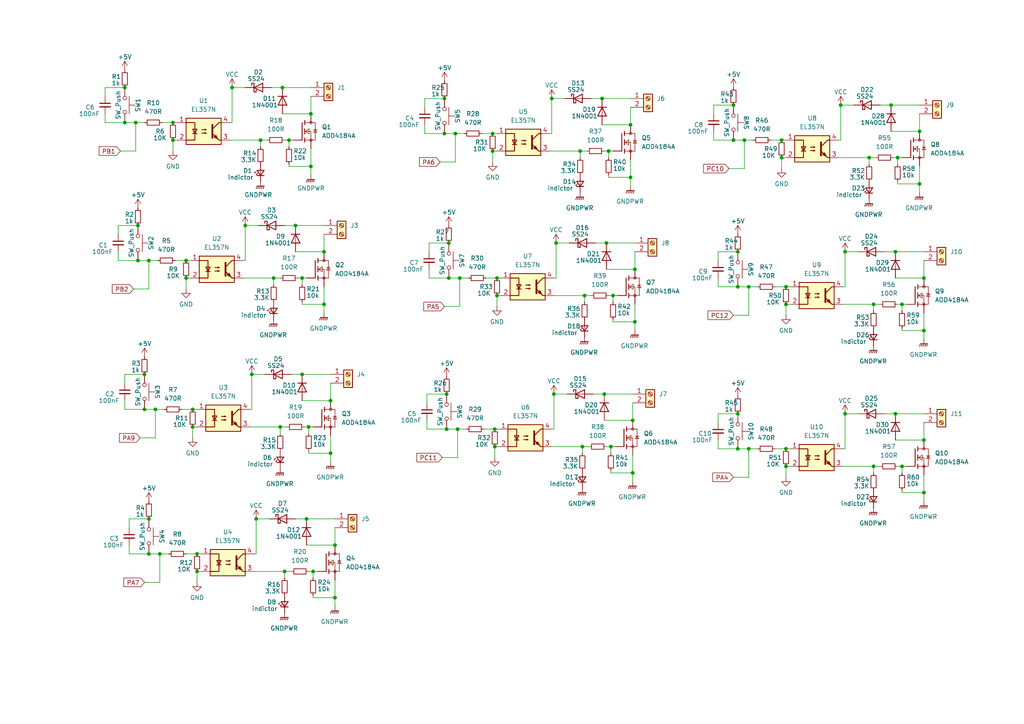
<source format=kicad_sch>
(kicad_sch (version 20211123) (generator eeschema)
  (paper "A4")
  (junction (at 46.355 160.655))
  (junction (at 212.725 40.64))
  (junction (at 40.005 75.565))
  (junction (at 53.975 80.645))
  (junction (at 39.37 35.56))
  (junction (at 227.965 83.185))
  (junction (at 85.725 65.405))
  (junction (at 128.905 28.575))
  (junction (at 129.54 124.46))
  (junction (at 143.51 129.54))
  (junction (at 160.655 114.3))
  (junction (at 176.53 43.815))
  (junction (at 129.54 114.3))
  (junction (at 36.195 35.56))
  (junction (at 169.545 85.725))
  (junction (at 95.885 131.445))
  (junction (at 45.085 118.745))
  (junction (at 174.625 28.575))
  (junction (at 81.915 25.4))
  (junction (at 217.17 83.185))
  (junction (at 267.97 142.875))
  (junction (at 245.11 120.015))
  (junction (at 266.7 53.34))
  (junction (at 143.51 124.46))
  (junction (at 184.15 93.345))
  (junction (at 258.445 30.48))
  (junction (at 168.275 43.815))
  (junction (at 144.145 80.645))
  (junction (at 260.35 45.72))
  (junction (at 213.995 83.185))
  (junction (at 43.18 75.565))
  (junction (at 261.62 88.265))
  (junction (at 128.905 38.735))
  (junction (at 87.63 80.645))
  (junction (at 43.18 160.655))
  (junction (at 213.995 73.025))
  (junction (at 259.715 120.015))
  (junction (at 183.515 137.16))
  (junction (at 245.11 73.025))
  (junction (at 183.515 121.92))
  (junction (at 90.17 48.26))
  (junction (at 87.63 108.585))
  (junction (at 182.88 36.195))
  (junction (at 177.8 85.725))
  (junction (at 267.97 95.885))
  (junction (at 161.29 70.485))
  (junction (at 253.365 135.255))
  (junction (at 175.26 114.3))
  (junction (at 266.7 38.1))
  (junction (at 184.15 78.105))
  (junction (at 130.175 70.485))
  (junction (at 93.98 88.265))
  (junction (at 227.965 130.175))
  (junction (at 97.155 158.115))
  (junction (at 50.165 40.64))
  (junction (at 71.12 65.405))
  (junction (at 57.15 160.655))
  (junction (at 74.295 150.495))
  (junction (at 261.62 135.255))
  (junction (at 73.025 108.585))
  (junction (at 259.715 73.025))
  (junction (at 252.095 45.72))
  (junction (at 97.155 173.355))
  (junction (at 75.565 40.64))
  (junction (at 43.18 150.495))
  (junction (at 243.84 30.48))
  (junction (at 53.975 75.565))
  (junction (at 41.91 108.585))
  (junction (at 177.165 129.54))
  (junction (at 130.175 80.645))
  (junction (at 226.695 40.64))
  (junction (at 89.535 123.825))
  (junction (at 215.9 40.64))
  (junction (at 160.02 28.575))
  (junction (at 41.91 118.745))
  (junction (at 67.31 25.4))
  (junction (at 36.195 25.4))
  (junction (at 267.97 80.645))
  (junction (at 213.995 120.015))
  (junction (at 82.55 165.735))
  (junction (at 133.35 80.645))
  (junction (at 132.08 38.735))
  (junction (at 40.005 65.405))
  (junction (at 213.995 130.175))
  (junction (at 95.885 116.205))
  (junction (at 175.895 70.485))
  (junction (at 81.28 123.825))
  (junction (at 212.725 30.48))
  (junction (at 217.17 130.175))
  (junction (at 226.695 45.72))
  (junction (at 168.91 129.54))
  (junction (at 142.875 38.735))
  (junction (at 227.965 135.255))
  (junction (at 79.375 80.645))
  (junction (at 55.88 118.745))
  (junction (at 55.88 123.825))
  (junction (at 57.15 165.735))
  (junction (at 83.82 40.64))
  (junction (at 90.805 165.735))
  (junction (at 144.145 85.725))
  (junction (at 93.98 73.025))
  (junction (at 90.17 33.02))
  (junction (at 253.365 88.265))
  (junction (at 227.965 88.265))
  (junction (at 132.715 124.46))
  (junction (at 267.97 127.635))
  (junction (at 88.9 150.495))
  (junction (at 50.165 35.56))
  (junction (at 142.875 43.815))
  (junction (at 182.88 51.435))
  (wire (pts (xy 208.28 83.185) (xy 213.995 83.185)))
  (wire (pts (xy 208.28 122.555) (xy 208.28 120.015)))
  (wire (pts (xy 90.17 48.26) (xy 90.17 50.8)))
  (wire (pts (xy 227.965 130.175) (xy 229.235 130.175)))
  (wire (pts (xy 144.145 43.815) (xy 142.875 43.815)))
  (wire (pts (xy 140.335 124.46) (xy 143.51 124.46)))
  (wire (pts (xy 261.62 137.16) (xy 261.62 135.255)))
  (wire (pts (xy 67.31 25.4) (xy 71.12 25.4)))
  (wire (pts (xy 142.875 38.735) (xy 144.145 38.735)))
  (wire (pts (xy 208.28 75.565) (xy 208.28 73.025)))
  (wire (pts (xy 217.17 130.175) (xy 219.71 130.175)))
  (wire (pts (xy 67.31 35.56) (xy 66.675 35.56)))
  (wire (pts (xy 267.97 137.795) (xy 267.97 142.875)))
  (wire (pts (xy 224.79 83.185) (xy 227.965 83.185)))
  (wire (pts (xy 208.28 73.025) (xy 213.995 73.025)))
  (wire (pts (xy 267.97 95.885) (xy 267.97 98.425)))
  (wire (pts (xy 75.565 42.545) (xy 75.565 40.64)))
  (wire (pts (xy 55.88 123.825) (xy 55.88 127)))
  (wire (pts (xy 38.735 83.82) (xy 43.18 83.82)))
  (wire (pts (xy 258.445 38.1) (xy 266.7 38.1)))
  (wire (pts (xy 53.975 80.645) (xy 53.975 83.82)))
  (wire (pts (xy 207.01 33.02) (xy 207.01 30.48)))
  (wire (pts (xy 252.095 45.72) (xy 254 45.72)))
  (wire (pts (xy 243.84 40.64) (xy 243.205 40.64)))
  (wire (pts (xy 243.205 45.72) (xy 252.095 45.72)))
  (wire (pts (xy 176.53 85.725) (xy 177.8 85.725)))
  (wire (pts (xy 83.82 42.545) (xy 83.82 40.64)))
  (wire (pts (xy 51.435 40.64) (xy 50.165 40.64)))
  (wire (pts (xy 127.635 46.99) (xy 132.08 46.99)))
  (wire (pts (xy 123.19 36.195) (xy 123.19 38.735)))
  (wire (pts (xy 81.28 125.73) (xy 81.28 123.825)))
  (wire (pts (xy 253.365 90.17) (xy 253.365 88.265)))
  (wire (pts (xy 259.715 73.025) (xy 267.97 73.025)))
  (wire (pts (xy 85.725 65.405) (xy 93.98 65.405)))
  (wire (pts (xy 175.26 43.815) (xy 176.53 43.815)))
  (wire (pts (xy 212.725 91.44) (xy 217.17 91.44)))
  (wire (pts (xy 183.515 116.84) (xy 183.515 121.92)))
  (wire (pts (xy 182.88 51.435) (xy 182.88 53.975)))
  (wire (pts (xy 89.535 123.825) (xy 90.805 123.825)))
  (wire (pts (xy 211.455 48.895) (xy 215.9 48.895)))
  (wire (pts (xy 160.655 124.46) (xy 160.02 124.46)))
  (wire (pts (xy 83.82 48.26) (xy 90.17 48.26)))
  (wire (pts (xy 87.63 82.55) (xy 87.63 80.645)))
  (wire (pts (xy 259.715 80.645) (xy 267.97 80.645)))
  (wire (pts (xy 30.48 25.4) (xy 36.195 25.4)))
  (wire (pts (xy 168.275 45.72) (xy 168.275 43.815)))
  (wire (pts (xy 139.7 38.735) (xy 142.875 38.735)))
  (wire (pts (xy 55.88 118.745) (xy 57.15 118.745)))
  (wire (pts (xy 83.82 40.64) (xy 85.09 40.64)))
  (wire (pts (xy 95.885 126.365) (xy 95.885 131.445)))
  (wire (pts (xy 267.97 142.875) (xy 267.97 145.415)))
  (wire (pts (xy 45.085 118.745) (xy 47.625 118.745)))
  (wire (pts (xy 176.53 45.72) (xy 176.53 43.815)))
  (wire (pts (xy 266.7 53.34) (xy 266.7 55.88)))
  (wire (pts (xy 260.35 53.34) (xy 266.7 53.34)))
  (wire (pts (xy 124.46 78.105) (xy 124.46 80.645)))
  (wire (pts (xy 55.245 80.645) (xy 53.975 80.645)))
  (wire (pts (xy 34.29 67.945) (xy 34.29 65.405)))
  (wire (pts (xy 72.39 123.825) (xy 81.28 123.825)))
  (wire (pts (xy 85.725 73.025) (xy 93.98 73.025)))
  (wire (pts (xy 256.54 120.015) (xy 259.715 120.015)))
  (wire (pts (xy 243.84 30.48) (xy 243.84 40.64)))
  (wire (pts (xy 40.005 75.565) (xy 43.18 75.565)))
  (wire (pts (xy 37.465 153.035) (xy 37.465 150.495)))
  (wire (pts (xy 229.235 88.265) (xy 227.965 88.265)))
  (wire (pts (xy 128.905 88.9) (xy 133.35 88.9)))
  (wire (pts (xy 90.805 172.72) (xy 90.805 173.355)))
  (wire (pts (xy 43.18 83.82) (xy 43.18 75.565)))
  (wire (pts (xy 212.725 40.64) (xy 215.9 40.64)))
  (wire (pts (xy 208.28 120.015) (xy 213.995 120.015)))
  (wire (pts (xy 97.155 173.355) (xy 97.155 175.895)))
  (wire (pts (xy 175.26 114.3) (xy 183.515 114.3)))
  (wire (pts (xy 160.655 85.725) (xy 169.545 85.725)))
  (wire (pts (xy 177.165 131.445) (xy 177.165 129.54)))
  (wire (pts (xy 41.91 168.91) (xy 46.355 168.91)))
  (wire (pts (xy 34.29 65.405) (xy 40.005 65.405)))
  (wire (pts (xy 73.66 165.735) (xy 82.55 165.735)))
  (wire (pts (xy 40.64 127) (xy 45.085 127)))
  (wire (pts (xy 123.19 28.575) (xy 128.905 28.575)))
  (wire (pts (xy 224.79 130.175) (xy 227.965 130.175)))
  (wire (pts (xy 208.28 127.635) (xy 208.28 130.175)))
  (wire (pts (xy 85.725 150.495) (xy 88.9 150.495)))
  (wire (pts (xy 73.025 108.585) (xy 73.025 118.745)))
  (wire (pts (xy 83.82 47.625) (xy 83.82 48.26)))
  (wire (pts (xy 207.01 40.64) (xy 212.725 40.64)))
  (wire (pts (xy 260.35 135.255) (xy 261.62 135.255)))
  (wire (pts (xy 177.165 129.54) (xy 178.435 129.54)))
  (wire (pts (xy 71.12 75.565) (xy 70.485 75.565)))
  (wire (pts (xy 79.375 80.645) (xy 81.28 80.645)))
  (wire (pts (xy 88.265 123.825) (xy 89.535 123.825)))
  (wire (pts (xy 84.455 108.585) (xy 87.63 108.585)))
  (wire (pts (xy 90.805 165.735) (xy 92.075 165.735)))
  (wire (pts (xy 82.55 40.64) (xy 83.82 40.64)))
  (wire (pts (xy 128.905 38.735) (xy 132.08 38.735)))
  (wire (pts (xy 67.31 25.4) (xy 67.31 35.56)))
  (wire (pts (xy 168.275 43.815) (xy 170.18 43.815)))
  (wire (pts (xy 71.12 65.405) (xy 74.93 65.405)))
  (wire (pts (xy 184.15 93.345) (xy 184.15 95.885)))
  (wire (pts (xy 87.63 108.585) (xy 95.885 108.585)))
  (wire (pts (xy 37.465 160.655) (xy 43.18 160.655)))
  (wire (pts (xy 130.175 80.645) (xy 133.35 80.645)))
  (wire (pts (xy 227.965 83.185) (xy 229.235 83.185)))
  (wire (pts (xy 169.545 85.725) (xy 171.45 85.725)))
  (wire (pts (xy 144.145 80.645) (xy 145.415 80.645)))
  (wire (pts (xy 45.085 127) (xy 45.085 118.745)))
  (wire (pts (xy 208.28 130.175) (xy 213.995 130.175)))
  (wire (pts (xy 36.195 108.585) (xy 41.91 108.585)))
  (wire (pts (xy 267.97 75.565) (xy 267.97 80.645)))
  (wire (pts (xy 217.17 83.185) (xy 219.71 83.185)))
  (wire (pts (xy 145.415 85.725) (xy 144.145 85.725)))
  (wire (pts (xy 133.35 80.645) (xy 135.89 80.645)))
  (wire (pts (xy 53.975 160.655) (xy 57.15 160.655)))
  (wire (pts (xy 73.025 108.585) (xy 76.835 108.585)))
  (wire (pts (xy 213.995 83.185) (xy 217.17 83.185)))
  (wire (pts (xy 259.715 127.635) (xy 267.97 127.635)))
  (wire (pts (xy 215.9 40.64) (xy 218.44 40.64)))
  (wire (pts (xy 82.55 167.64) (xy 82.55 165.735)))
  (wire (pts (xy 74.295 160.655) (xy 73.66 160.655)))
  (wire (pts (xy 256.54 73.025) (xy 259.715 73.025)))
  (wire (pts (xy 123.825 116.84) (xy 123.825 114.3)))
  (wire (pts (xy 89.535 165.735) (xy 90.805 165.735)))
  (wire (pts (xy 82.55 165.735) (xy 84.455 165.735)))
  (wire (pts (xy 266.7 33.02) (xy 266.7 38.1)))
  (wire (pts (xy 41.91 118.745) (xy 45.085 118.745)))
  (wire (pts (xy 161.29 80.645) (xy 160.655 80.645)))
  (wire (pts (xy 123.825 124.46) (xy 129.54 124.46)))
  (wire (pts (xy 261.62 88.265) (xy 262.89 88.265)))
  (wire (pts (xy 82.55 65.405) (xy 85.725 65.405)))
  (wire (pts (xy 50.165 40.64) (xy 50.165 43.815)))
  (wire (pts (xy 57.15 165.735) (xy 57.15 168.91)))
  (wire (pts (xy 90.17 43.18) (xy 90.17 48.26)))
  (wire (pts (xy 66.675 40.64) (xy 75.565 40.64)))
  (wire (pts (xy 74.295 150.495) (xy 78.105 150.495)))
  (wire (pts (xy 143.51 124.46) (xy 144.78 124.46)))
  (wire (pts (xy 174.625 28.575) (xy 182.88 28.575)))
  (wire (pts (xy 34.29 75.565) (xy 40.005 75.565)))
  (wire (pts (xy 226.695 40.64) (xy 227.965 40.64)))
  (wire (pts (xy 97.155 153.035) (xy 97.155 158.115)))
  (wire (pts (xy 132.08 46.99) (xy 132.08 38.735)))
  (wire (pts (xy 71.12 65.405) (xy 71.12 75.565)))
  (wire (pts (xy 245.11 73.025) (xy 245.11 83.185)))
  (wire (pts (xy 87.63 80.645) (xy 88.9 80.645)))
  (wire (pts (xy 50.165 35.56) (xy 51.435 35.56)))
  (wire (pts (xy 36.195 116.205) (xy 36.195 118.745)))
  (wire (pts (xy 244.475 88.265) (xy 253.365 88.265)))
  (wire (pts (xy 267.97 122.555) (xy 267.97 127.635)))
  (wire (pts (xy 143.51 129.54) (xy 143.51 132.715)))
  (wire (pts (xy 90.805 173.355) (xy 97.155 173.355)))
  (wire (pts (xy 168.91 131.445) (xy 168.91 129.54)))
  (wire (pts (xy 175.895 78.105) (xy 184.15 78.105)))
  (wire (pts (xy 93.98 67.945) (xy 93.98 73.025)))
  (wire (pts (xy 90.805 167.64) (xy 90.805 165.735)))
  (wire (pts (xy 140.97 80.645) (xy 144.145 80.645)))
  (wire (pts (xy 87.63 88.265) (xy 93.98 88.265)))
  (wire (pts (xy 73.025 118.745) (xy 72.39 118.745)))
  (wire (pts (xy 207.01 30.48) (xy 212.725 30.48)))
  (wire (pts (xy 142.875 43.815) (xy 142.875 46.99)))
  (wire (pts (xy 43.18 75.565) (xy 45.72 75.565)))
  (wire (pts (xy 227.965 88.265) (xy 227.965 91.44)))
  (wire (pts (xy 34.29 73.025) (xy 34.29 75.565)))
  (wire (pts (xy 177.8 87.63) (xy 177.8 85.725)))
  (wire (pts (xy 87.63 87.63) (xy 87.63 88.265)))
  (wire (pts (xy 160.655 114.3) (xy 160.655 124.46)))
  (wire (pts (xy 95.885 131.445) (xy 95.885 133.985)))
  (wire (pts (xy 57.15 160.655) (xy 58.42 160.655)))
  (wire (pts (xy 259.08 45.72) (xy 260.35 45.72)))
  (wire (pts (xy 183.515 132.08) (xy 183.515 137.16)))
  (wire (pts (xy 160.02 38.735) (xy 159.385 38.735)))
  (wire (pts (xy 243.84 30.48) (xy 247.65 30.48)))
  (wire (pts (xy 124.46 73.025) (xy 124.46 70.485)))
  (wire (pts (xy 79.375 82.55) (xy 79.375 80.645)))
  (wire (pts (xy 89.535 131.445) (xy 95.885 131.445)))
  (wire (pts (xy 81.915 33.02) (xy 90.17 33.02)))
  (wire (pts (xy 217.17 138.43) (xy 217.17 130.175)))
  (wire (pts (xy 213.995 130.175) (xy 217.17 130.175)))
  (wire (pts (xy 215.9 48.895) (xy 215.9 40.64)))
  (wire (pts (xy 46.355 168.91) (xy 46.355 160.655)))
  (wire (pts (xy 39.37 35.56) (xy 41.91 35.56)))
  (wire (pts (xy 259.715 120.015) (xy 267.97 120.015)))
  (wire (pts (xy 129.54 124.46) (xy 132.715 124.46)))
  (wire (pts (xy 50.8 75.565) (xy 53.975 75.565)))
  (wire (pts (xy 253.365 88.265) (xy 255.27 88.265)))
  (wire (pts (xy 75.565 40.64) (xy 77.47 40.64)))
  (wire (pts (xy 133.35 88.9) (xy 133.35 80.645)))
  (wire (pts (xy 123.825 114.3) (xy 129.54 114.3)))
  (wire (pts (xy 226.695 45.72) (xy 226.695 48.895)))
  (wire (pts (xy 255.27 30.48) (xy 258.445 30.48)))
  (wire (pts (xy 177.8 93.345) (xy 184.15 93.345)))
  (wire (pts (xy 88.9 158.115) (xy 97.155 158.115)))
  (wire (pts (xy 175.895 70.485) (xy 184.15 70.485)))
  (wire (pts (xy 261.62 142.875) (xy 267.97 142.875)))
  (wire (pts (xy 266.7 48.26) (xy 266.7 53.34)))
  (wire (pts (xy 245.11 120.015) (xy 245.11 130.175)))
  (wire (pts (xy 97.155 168.275) (xy 97.155 173.355)))
  (wire (pts (xy 260.35 88.265) (xy 261.62 88.265)))
  (wire (pts (xy 227.965 45.72) (xy 226.695 45.72)))
  (wire (pts (xy 261.62 142.24) (xy 261.62 142.875)))
  (wire (pts (xy 57.15 123.825) (xy 55.88 123.825)))
  (wire (pts (xy 58.42 165.735) (xy 57.15 165.735)))
  (wire (pts (xy 30.48 35.56) (xy 36.195 35.56)))
  (wire (pts (xy 52.705 118.745) (xy 55.88 118.745)))
  (wire (pts (xy 93.98 83.185) (xy 93.98 88.265)))
  (wire (pts (xy 261.62 95.885) (xy 267.97 95.885)))
  (wire (pts (xy 175.895 129.54) (xy 177.165 129.54)))
  (wire (pts (xy 177.165 136.525) (xy 177.165 137.16)))
  (wire (pts (xy 245.11 130.175) (xy 244.475 130.175)))
  (wire (pts (xy 86.36 80.645) (xy 87.63 80.645)))
  (wire (pts (xy 253.365 137.16) (xy 253.365 135.255)))
  (wire (pts (xy 171.45 28.575) (xy 174.625 28.575)))
  (wire (pts (xy 95.885 111.125) (xy 95.885 116.205)))
  (wire (pts (xy 160.02 28.575) (xy 160.02 38.735)))
  (wire (pts (xy 46.355 160.655) (xy 48.895 160.655)))
  (wire (pts (xy 53.975 75.565) (xy 55.245 75.565)))
  (wire (pts (xy 183.515 137.16) (xy 183.515 139.7)))
  (wire (pts (xy 78.74 25.4) (xy 81.915 25.4)))
  (wire (pts (xy 93.98 88.265) (xy 93.98 90.805)))
  (wire (pts (xy 159.385 43.815) (xy 168.275 43.815)))
  (wire (pts (xy 184.15 88.265) (xy 184.15 93.345)))
  (wire (pts (xy 261.62 135.255) (xy 262.89 135.255)))
  (wire (pts (xy 212.725 138.43) (xy 217.17 138.43)))
  (wire (pts (xy 90.17 27.94) (xy 90.17 33.02)))
  (wire (pts (xy 36.195 35.56) (xy 39.37 35.56)))
  (wire (pts (xy 260.35 47.625) (xy 260.35 45.72)))
  (wire (pts (xy 252.095 47.625) (xy 252.095 45.72)))
  (wire (pts (xy 184.15 73.025) (xy 184.15 78.105)))
  (wire (pts (xy 81.28 123.825) (xy 83.185 123.825)))
  (wire (pts (xy 207.01 38.1) (xy 207.01 40.64)))
  (wire (pts (xy 182.88 46.355) (xy 182.88 51.435)))
  (wire (pts (xy 261.62 95.25) (xy 261.62 95.885)))
  (wire (pts (xy 176.53 51.435) (xy 182.88 51.435)))
  (wire (pts (xy 46.99 35.56) (xy 50.165 35.56)))
  (wire (pts (xy 245.11 120.015) (xy 248.92 120.015)))
  (wire (pts (xy 161.29 70.485) (xy 161.29 80.645)))
  (wire (pts (xy 172.72 70.485) (xy 175.895 70.485)))
  (wire (pts (xy 160.655 114.3) (xy 164.465 114.3)))
  (wire (pts (xy 124.46 80.645) (xy 130.175 80.645)))
  (wire (pts (xy 245.11 83.185) (xy 244.475 83.185)))
  (wire (pts (xy 217.17 91.44) (xy 217.17 83.185)))
  (wire (pts (xy 88.9 150.495) (xy 97.155 150.495)))
  (wire (pts (xy 229.235 135.255) (xy 227.965 135.255)))
  (wire (pts (xy 39.37 43.815) (xy 39.37 35.56)))
  (wire (pts (xy 177.165 137.16) (xy 183.515 137.16)))
  (wire (pts (xy 168.91 129.54) (xy 170.815 129.54)))
  (wire (pts (xy 174.625 36.195) (xy 182.88 36.195)))
  (wire (pts (xy 260.35 52.705) (xy 260.35 53.34)))
  (wire (pts (xy 89.535 125.73) (xy 89.535 123.825)))
  (wire (pts (xy 144.78 129.54) (xy 143.51 129.54)))
  (wire (pts (xy 223.52 40.64) (xy 226.695 40.64)))
  (wire (pts (xy 74.295 150.495) (xy 74.295 160.655)))
  (wire (pts (xy 160.02 28.575) (xy 163.83 28.575)))
  (wire (pts (xy 267.97 90.805) (xy 267.97 95.885)))
  (wire (pts (xy 182.88 31.115) (xy 182.88 36.195)))
  (wire (pts (xy 261.62 90.17) (xy 261.62 88.265)))
  (wire (pts (xy 43.18 160.655) (xy 46.355 160.655)))
  (wire (pts (xy 132.715 124.46) (xy 135.255 124.46)))
  (wire (pts (xy 176.53 50.8) (xy 176.53 51.435)))
  (wire (pts (xy 36.195 111.125) (xy 36.195 108.585)))
  (wire (pts (xy 260.35 45.72) (xy 261.62 45.72)))
  (wire (pts (xy 30.48 27.94) (xy 30.48 25.4)))
  (wire (pts (xy 244.475 135.255) (xy 253.365 135.255)))
  (wire (pts (xy 208.28 80.645) (xy 208.28 83.185)))
  (wire (pts (xy 89.535 130.81) (xy 89.535 131.445)))
  (wire (pts (xy 253.365 135.255) (xy 255.27 135.255)))
  (wire (pts (xy 175.26 121.92) (xy 183.515 121.92)))
  (wire (pts (xy 172.085 114.3) (xy 175.26 114.3)))
  (wire (pts (xy 177.8 92.71) (xy 177.8 93.345)))
  (wire (pts (xy 132.715 132.715) (xy 132.715 124.46)))
  (wire (pts (xy 144.145 85.725) (xy 144.145 88.9)))
  (wire (pts (xy 128.27 132.715) (xy 132.715 132.715)))
  (wire (pts (xy 36.195 118.745) (xy 41.91 118.745)))
  (wire (pts (xy 37.465 150.495) (xy 43.18 150.495)))
  (wire (pts (xy 160.02 129.54) (xy 168.91 129.54)))
  (wire (pts (xy 37.465 158.115) (xy 37.465 160.655)))
  (wire (pts (xy 123.825 121.92) (xy 123.825 124.46)))
  (wire (pts (xy 124.46 70.485) (xy 130.175 70.485)))
  (wire (pts (xy 161.29 70.485) (xy 165.1 70.485)))
  (wire (pts (xy 176.53 43.815) (xy 177.8 43.815)))
  (wire (pts (xy 177.8 85.725) (xy 179.07 85.725)))
  (wire (pts (xy 70.485 80.645) (xy 79.375 80.645)))
  (wire (pts (xy 258.445 30.48) (xy 266.7 30.48)))
  (wire (pts (xy 30.48 33.02) (xy 30.48 35.56)))
  (wire (pts (xy 81.915 25.4) (xy 90.17 25.4)))
  (wire (pts (xy 227.965 135.255) (xy 227.965 138.43)))
  (wire (pts (xy 245.11 73.025) (xy 248.92 73.025)))
  (wire (pts (xy 169.545 87.63) (xy 169.545 85.725)))
  (wire (pts (xy 34.925 43.815) (xy 39.37 43.815)))
  (wire (pts (xy 123.19 38.735) (xy 128.905 38.735)))
  (wire (pts (xy 87.63 116.205) (xy 95.885 116.205)))
  (wire (pts (xy 123.19 31.115) (xy 123.19 28.575)))
  (wire (pts (xy 132.08 38.735) (xy 134.62 38.735)))
  (global_label "PA4" (shape input) (at 212.725 138.43 180) (property "Intersheet References" "${INTERSHEET_REFS}" (effects hide)))
  (global_label "PA9" (shape input) (at 40.64 127 180) (property "Intersheet References" "${INTERSHEET_REFS}" (effects hide)))
  (global_label "PA5" (shape input) (at 128.905 88.9 180) (property "Intersheet References" "${INTERSHEET_REFS}" (effects hide)))
  (global_label "PB1" (shape input) (at 34.925 43.815 180) (property "Intersheet References" "${INTERSHEET_REFS}" (effects hide)))
  (global_label "PA6" (shape input) (at 127.635 46.99 180) (property "Intersheet References" "${INTERSHEET_REFS}" (effects hide)))
  (global_label "PC12" (shape input) (at 212.725 91.44 180) (property "Intersheet References" "${INTERSHEET_REFS}" (effects hide)))
  (global_label "PB2" (shape input) (at 38.735 83.82 180) (property "Intersheet References" "${INTERSHEET_REFS}" (effects hide)))
  (global_label "PC10" (shape input) (at 211.455 48.895 180) (property "Intersheet References" "${INTERSHEET_REFS}" (effects hide)))
  (global_label "PC11" (shape input) (at 128.27 132.715 180) (property "Intersheet References" "${INTERSHEET_REFS}" (effects hide)))
  (global_label "PA7" (shape input) (at 41.91 168.91 180) (property "Intersheet References" "${INTERSHEET_REFS}" (effects hide)))
  (symbol (lib_id "power:VCC") (at 245.11 73.025 0) (unit 1)
    (property "Reference" "#PWR0145" (effects hide))
    (property "Value" "VCC" (at 245.11 69.215 0))
  )
  (symbol (lib_id "Device:R_Small") (at 83.82 45.085 180) (unit 1)
    (property "Reference" "R22" (at 85.09 43.815 0) (effects (justify right)))
    (property "Value" "10k" (at 85.09 45.72 0) (effects (justify right)))
    (property "Footprint" "Resistor_SMD:R_0805_2012Metric_Pad1.20x1.40mm_HandSolder" (effects hide))
  )
  (symbol (lib_id "Switch:SW_Push") (at 40.005 70.485 270) (unit 1)
    (property "Reference" "SW2" (at 43.815 70.485 0))
    (property "Value" "SW_Push" (at 38.1 70.485 0))
    (property "Footprint" "Button_Switch_SMD:SW_SPST_TL3305A" (effects hide))
  )
  (symbol (lib_id "power:+5V") (at 40.005 60.325 0) (unit 1)
    (property "Reference" "#PWR0105" (effects hide))
    (property "Value" "+5V" (at 40.005 56.515 0))
  )
  (symbol (lib_id "Diode:1N5822") (at 251.46 30.48 0) (unit 1)
    (property "Reference" "D22" (at 251.46 26.035 0))
    (property "Value" "SS24" (at 250.825 27.94 0))
    (property "Footprint" "Diode_SMD:D_SMB" (effects hide))
    (property "Datasheet" "http://www.vishay.com/docs/88526/1n5820.pdf" (effects hide))
  )
  (symbol (lib_id "Device:C_Small") (at 123.825 119.38 0) (unit 1)
    (property "Reference" "C5" (at 118.11 120.015 0) (effects (justify left)))
    (property "Value" "100nF" (at 116.205 121.92 0) (effects (justify left)))
    (property "Footprint" "Capacitor_SMD:C_0805_2012Metric_Pad1.18x1.45mm_HandSolder" (effects hide))
  )
  (symbol (lib_id "Device:R_Small") (at 43.18 147.955 0) (unit 1)
    (property "Reference" "R4" (at 39.37 147.32 0) (effects (justify left)))
    (property "Value" "1k" (at 39.37 149.225 0) (effects (justify left)))
    (property "Footprint" "Resistor_SMD:R_0805_2012Metric_Pad1.20x1.40mm_HandSolder" (effects hide))
  )
  (symbol (lib_id "power:GNDPWR") (at 168.275 55.88 0) (unit 1)
    (property "Reference" "#PWR0138" (effects hide))
    (property "Value" "GNDPWR" (at 168.148 60.325 0))
  )
  (symbol (lib_id "power:GNDPWR") (at 97.155 175.895 0) (unit 1)
    (property "Reference" "#PWR0118" (effects hide))
    (property "Value" "GNDPWR" (at 97.028 180.34 0))
  )
  (symbol (lib_id "Diode:1N4001") (at 81.915 29.21 270) (unit 1)
    (property "Reference" "D11" (at 76.2 28.575 90) (effects (justify left)))
    (property "Value" "1N4001" (at 73.025 30.48 90) (effects (justify left)))
    (property "Footprint" "Diode_THT:D_DO-41_SOD81_P10.16mm_Horizontal" (effects hide))
    (property "Datasheet" "http://www.vishay.com/docs/88503/1n4001.pdf" (effects hide))
  )
  (symbol (lib_id "Device:R_Small") (at 79.375 85.09 180) (unit 1)
    (property "Reference" "R13" (at 74.295 84.455 0) (effects (justify right)))
    (property "Value" "3.3K" (at 73.66 86.36 0) (effects (justify right)))
    (property "Footprint" "Resistor_SMD:R_0805_2012Metric_Pad1.20x1.40mm_HandSolder" (effects hide))
  )
  (symbol (lib_id "Diode:1N4001") (at 259.715 123.825 270) (unit 1)
    (property "Reference" "D30" (at 254 123.19 90) (effects (justify left)))
    (property "Value" "1N4001" (at 250.825 125.095 90) (effects (justify left)))
    (property "Footprint" "Diode_THT:D_DO-41_SOD81_P10.16mm_Horizontal" (effects hide))
    (property "Datasheet" "http://www.vishay.com/docs/88503/1n4001.pdf" (effects hide))
  )
  (symbol (lib_id "power:GNDPWR") (at 93.98 90.805 0) (unit 1)
    (property "Reference" "#PWR0113" (effects hide))
    (property "Value" "GNDPWR" (at 93.853 95.25 0))
  )
  (symbol (lib_id "Connector:Screw_Terminal_01x02") (at 187.96 28.575 0) (unit 1)
    (property "Reference" "J6" (at 190.5 28.5749 0) (effects (justify left)))
  )
  (symbol (lib_id "Connector:Screw_Terminal_01x02") (at 102.235 150.495 0) (unit 1)
    (property "Reference" "J5" (at 104.775 150.4949 0) (effects (justify left)))
  )
  (symbol (lib_id "Connector:Screw_Terminal_01x02") (at 99.06 65.405 0) (unit 1)
    (property "Reference" "J3" (at 101.6 65.4049 0) (effects (justify left)))
  )
  (symbol (lib_id "Diode:1N5822") (at 168.275 114.3 0) (unit 1)
    (property "Reference" "D15" (at 168.275 109.855 0))
    (property "Value" "SS24" (at 167.64 111.76 0))
    (property "Footprint" "Diode_SMD:D_SMB" (effects hide))
    (property "Datasheet" "http://www.vishay.com/docs/88526/1n5820.pdf" (effects hide))
  )
  (symbol (lib_id "Device:R_Small") (at 51.435 160.655 90) (unit 1)
    (property "Reference" "R8" (at 51.435 154.94 90))
    (property "Value" "470R" (at 51.435 157.48 90))
    (property "Footprint" "Resistor_SMD:R_0805_2012Metric_Pad1.20x1.40mm_HandSolder" (effects hide))
  )
  (symbol (lib_id "power:GNDPWR") (at 266.7 55.88 0) (unit 1)
    (property "Reference" "#PWR0143" (effects hide))
    (property "Value" "GNDPWR" (at 266.573 60.325 0))
  )
  (symbol (lib_id "Connector:Screw_Terminal_01x02") (at 100.965 108.585 0) (unit 1)
    (property "Reference" "J4" (at 103.505 108.5849 0) (effects (justify left)))
  )
  (symbol (lib_id "Diode:1N5822") (at 78.74 65.405 0) (unit 1)
    (property "Reference" "D3" (at 78.74 60.96 0))
    (property "Value" "SS24" (at 78.105 62.865 0))
    (property "Footprint" "Diode_SMD:D_SMB" (effects hide))
    (property "Datasheet" "http://www.vishay.com/docs/88526/1n5820.pdf" (effects hide))
  )
  (symbol (lib_id "Switch:SW_Push") (at 212.725 35.56 270) (unit 1)
    (property "Reference" "SW8" (at 216.535 35.56 0))
    (property "Value" "SW_Push" (at 210.82 35.56 0))
    (property "Footprint" "Button_Switch_SMD:SW_SPST_TL3305A" (effects hide))
  )
  (symbol (lib_id "power:GNDPWR") (at 75.565 52.705 0) (unit 1)
    (property "Reference" "#PWR0124" (effects hide))
    (property "Value" "GNDPWR" (at 74.93 56.515 0))
  )
  (symbol (lib_id "Connector:Screw_Terminal_01x02") (at 273.05 73.025 0) (unit 1)
    (property "Reference" "J10" (at 275.59 73.0249 0) (effects (justify left)))
  )
  (symbol (lib_id "Device:R_Small") (at 256.54 45.72 90) (unit 1)
    (property "Reference" "R55" (at 256.54 40.005 90))
    (property "Value" "100R" (at 256.54 42.545 90))
    (property "Footprint" "Resistor_SMD:R_0805_2012Metric_Pad1.20x1.40mm_HandSolder" (effects hide))
  )
  (symbol (lib_id "Device:R_Small") (at 213.995 70.485 0) (unit 1)
    (property "Reference" "R44" (at 210.185 69.85 0) (effects (justify left)))
    (property "Value" "1k" (at 210.185 71.755 0) (effects (justify left)))
    (property "Footprint" "Resistor_SMD:R_0805_2012Metric_Pad1.20x1.40mm_HandSolder" (effects hide))
  )
  (symbol (lib_id "power:VCC") (at 67.31 25.4 0) (unit 1)
    (property "Reference" "#PWR0110" (effects hide))
    (property "Value" "VCC" (at 67.31 21.59 0))
  )
  (symbol (lib_id "Device:C_Small") (at 208.28 125.095 0) (unit 1)
    (property "Reference" "C10" (at 202.565 125.73 0) (effects (justify left)))
    (property "Value" "100nF" (at 200.66 127.635 0) (effects (justify left)))
    (property "Footprint" "Capacitor_SMD:C_0805_2012Metric_Pad1.18x1.45mm_HandSolder" (effects hide))
  )
  (symbol (lib_id "PolyuRobotics:AOD4184A") (at 91.44 78.105 0) (unit 1)
    (property "Reference" "Q2" (at 97.155 76.8349 0) (effects (justify left)))
    (property "Value" "AOD4184A" (at 97.155 79.3749 0) (effects (justify left)))
    (property "Footprint" "PolyuRobotics:DPAK228P994X240-4N" (effects hide))
    (property "PARTREV" "0" (effects hide))
    (property "MANUFACTURER" "Alpha and Omega" (effects hide))
    (property "MAXIMUM_PACKAGE_HEIGHT" "2.4mm" (effects hide))
    (property "STANDARD" "IPC-7351B" (effects hide))
  )
  (symbol (lib_id "Device:R_Small") (at 168.91 133.985 180) (unit 1)
    (property "Reference" "R35" (at 163.83 133.35 0) (effects (justify right)))
    (property "Value" "3.3K" (at 163.195 135.255 0) (effects (justify right)))
    (property "Footprint" "Resistor_SMD:R_0805_2012Metric_Pad1.20x1.40mm_HandSolder" (effects hide))
  )
  (symbol (lib_id "Device:R_Small") (at 177.165 133.985 180) (unit 1)
    (property "Reference" "R41" (at 178.435 132.715 0) (effects (justify right)))
    (property "Value" "10k" (at 178.435 134.62 0) (effects (justify right)))
    (property "Footprint" "Resistor_SMD:R_0805_2012Metric_Pad1.20x1.40mm_HandSolder" (effects hide))
  )
  (symbol (lib_id "Diode:1N4001") (at 174.625 32.385 270) (unit 1)
    (property "Reference" "D19" (at 168.91 31.75 90) (effects (justify left)))
    (property "Value" "1N4001" (at 165.735 33.655 90) (effects (justify left)))
    (property "Footprint" "Diode_THT:D_DO-41_SOD81_P10.16mm_Horizontal" (effects hide))
    (property "Datasheet" "http://www.vishay.com/docs/88503/1n4001.pdf" (effects hide))
  )
  (symbol (lib_id "Connector:Screw_Terminal_01x02") (at 189.23 70.485 0) (unit 1)
    (property "Reference" "J8" (at 191.77 70.4849 0) (effects (justify left)))
  )
  (symbol (lib_id "Device:LED_Small") (at 75.565 50.165 90) (unit 1)
    (property "Reference" "D1" (at 70.485 49.53 90) (effects (justify right)))
    (property "Value" "indictor" (at 66.04 51.435 90) (effects (justify right)))
    (property "Footprint" "LED_SMD:LED_0805_2012Metric_Pad1.15x1.40mm_HandSolder" (effects hide))
  )
  (symbol (lib_id "PolyuRobotics:AOD4184A") (at 87.63 38.1 0) (unit 1)
    (property "Reference" "Q1" (at 93.345 36.8299 0) (effects (justify left)))
    (property "Value" "AOD4184A" (at 93.345 39.3699 0) (effects (justify left)))
    (property "Footprint" "PolyuRobotics:DPAK228P994X240-4N" (effects hide))
    (property "PARTREV" "0" (effects hide))
    (property "MANUFACTURER" "Alpha and Omega" (effects hide))
    (property "MAXIMUM_PACKAGE_HEIGHT" "2.4mm" (effects hide))
    (property "STANDARD" "IPC-7351B" (effects hide))
  )
  (symbol (lib_id "power:GND") (at 142.875 46.99 0) (unit 1)
    (property "Reference" "#PWR0125" (effects hide))
    (property "Value" "GND" (at 142.875 51.435 0))
  )
  (symbol (lib_id "PolyuRobotics:EL357N") (at 236.855 132.715 0) (unit 1)
    (property "Reference" "U10" (at 236.855 123.825 0))
    (property "Value" "EL357N" (at 236.855 126.365 0))
    (property "Footprint" "PolyuRobotics:EL357N" (effects hide))
  )
  (symbol (lib_id "PolyuRobotics:AOD4184A") (at 94.615 163.195 0) (unit 1)
    (property "Reference" "Q4" (at 100.33 161.9249 0) (effects (justify left)))
    (property "Value" "AOD4184A" (at 100.33 164.4649 0) (effects (justify left)))
    (property "Footprint" "PolyuRobotics:DPAK228P994X240-4N" (effects hide))
    (property "PARTREV" "0" (effects hide))
    (property "MANUFACTURER" "Alpha and Omega" (effects hide))
    (property "MAXIMUM_PACKAGE_HEIGHT" "2.4mm" (effects hide))
    (property "STANDARD" "IPC-7351B" (effects hide))
  )
  (symbol (lib_id "power:GNDPWR") (at 169.545 97.79 0) (unit 1)
    (property "Reference" "#PWR0128" (effects hide))
    (property "Value" "GNDPWR" (at 169.418 102.235 0))
  )
  (symbol (lib_id "power:VCC") (at 243.84 30.48 0) (unit 1)
    (property "Reference" "#PWR0141" (effects hide))
    (property "Value" "VCC" (at 243.84 26.67 0))
  )
  (symbol (lib_id "Connector:Screw_Terminal_01x02") (at 271.78 30.48 0) (unit 1)
    (property "Reference" "J9" (at 274.32 30.4799 0) (effects (justify left)))
  )
  (symbol (lib_id "power:GND") (at 57.15 168.91 0) (unit 1)
    (property "Reference" "#PWR0120" (effects hide))
    (property "Value" "GND" (at 57.15 173.355 0))
  )
  (symbol (lib_id "Device:R_Small") (at 253.365 139.7 180) (unit 1)
    (property "Reference" "R54" (at 248.285 139.065 0) (effects (justify right)))
    (property "Value" "3.3K" (at 247.65 140.97 0) (effects (justify right)))
    (property "Footprint" "Resistor_SMD:R_0805_2012Metric_Pad1.20x1.40mm_HandSolder" (effects hide))
  )
  (symbol (lib_id "Device:R_Small") (at 41.91 106.045 0) (unit 1)
    (property "Reference" "R3" (at 38.1 105.41 0) (effects (justify left)))
    (property "Value" "1k" (at 38.1 107.315 0) (effects (justify left)))
    (property "Footprint" "Resistor_SMD:R_0805_2012Metric_Pad1.20x1.40mm_HandSolder" (effects hide))
  )
  (symbol (lib_id "Device:R_Small") (at 142.875 41.275 180) (unit 1)
    (property "Reference" "R31" (at 137.795 41.275 0) (effects (justify right)))
    (property "Value" "10K" (at 137.16 43.18 0) (effects (justify right)))
    (property "Footprint" "Resistor_SMD:R_0805_2012Metric_Pad1.20x1.40mm_HandSolder" (effects hide))
  )
  (symbol (lib_id "Device:LED_Small") (at 168.91 139.065 90) (unit 1)
    (property "Reference" "D17" (at 163.83 138.43 90) (effects (justify right)))
    (property "Value" "indictor" (at 159.385 140.335 90) (effects (justify right)))
    (property "Footprint" "LED_SMD:LED_0805_2012Metric_Pad1.15x1.40mm_HandSolder" (effects hide))
  )
  (symbol (lib_id "power:+5V") (at 43.18 145.415 0) (unit 1)
    (property "Reference" "#PWR0112" (effects hide))
    (property "Value" "+5V" (at 43.18 141.605 0))
  )
  (symbol (lib_id "power:GNDPWR") (at 182.88 53.975 0) (unit 1)
    (property "Reference" "#PWR0137" (effects hide))
    (property "Value" "GNDPWR" (at 182.753 58.42 0))
  )
  (symbol (lib_id "Switch:SW_Push") (at 41.91 113.665 270) (unit 1)
    (property "Reference" "SW3" (at 45.72 113.665 0))
    (property "Value" "SW_Push" (at 40.005 113.665 0))
    (property "Footprint" "Button_Switch_SMD:SW_SPST_TL3305A" (effects hide))
  )
  (symbol (lib_id "power:GNDPWR") (at 183.515 139.7 0) (unit 1)
    (property "Reference" "#PWR0132" (effects hide))
    (property "Value" "GNDPWR" (at 183.388 144.145 0))
  )
  (symbol (lib_id "Diode:1N5822") (at 80.645 108.585 0) (unit 1)
    (property "Reference" "D5" (at 80.645 104.14 0))
    (property "Value" "SS24" (at 80.01 106.045 0))
    (property "Footprint" "Diode_SMD:D_SMB" (effects hide))
    (property "Datasheet" "http://www.vishay.com/docs/88526/1n5820.pdf" (effects hide))
  )
  (symbol (lib_id "power:GND") (at 55.88 127 0) (unit 1)
    (property "Reference" "#PWR0111" (effects hide))
    (property "Value" "GND" (at 55.88 131.445 0))
  )
  (symbol (lib_id "power:+5V") (at 128.905 23.495 0) (unit 1)
    (property "Reference" "#PWR0123" (effects hide))
    (property "Value" "+5V" (at 128.905 19.685 0))
  )
  (symbol (lib_id "power:VCC") (at 160.02 28.575 0) (unit 1)
    (property "Reference" "#PWR0122" (effects hide))
    (property "Value" "VCC" (at 160.02 24.765 0))
  )
  (symbol (lib_id "power:GNDPWR") (at 253.365 100.33 0) (unit 1)
    (property "Reference" "#PWR0148" (effects hide))
    (property "Value" "GNDPWR" (at 253.238 104.775 0))
  )
  (symbol (lib_id "power:VCC") (at 74.295 150.495 0) (unit 1)
    (property "Reference" "#PWR0115" (effects hide))
    (property "Value" "VCC" (at 74.295 146.685 0))
  )
  (symbol (lib_id "power:GND") (at 227.965 138.43 0) (unit 1)
    (property "Reference" "#PWR0133" (effects hide))
    (property "Value" "GND" (at 227.965 142.875 0))
  )
  (symbol (lib_id "power:+5V") (at 36.195 20.32 0) (unit 1)
    (property "Reference" "#PWR0182" (effects hide))
    (property "Value" "+5V" (at 36.195 16.51 0))
  )
  (symbol (lib_id "power:GNDPWR") (at 184.15 95.885 0) (unit 1)
    (property "Reference" "#PWR0130" (effects hide))
    (property "Value" "GNDPWR" (at 184.023 100.33 0))
  )
  (symbol (lib_id "power:GND") (at 144.145 88.9 0) (unit 1)
    (property "Reference" "#PWR0127" (effects hide))
    (property "Value" "GND" (at 144.145 93.345 0))
  )
  (symbol (lib_id "power:GNDPWR") (at 168.91 141.605 0) (unit 1)
    (property "Reference" "#PWR0131" (effects hide))
    (property "Value" "GNDPWR" (at 168.783 146.05 0))
  )
  (symbol (lib_id "Diode:1N4001") (at 175.895 74.295 270) (unit 1)
    (property "Reference" "D21" (at 170.18 73.66 90) (effects (justify left)))
    (property "Value" "1N4001" (at 167.005 75.565 90) (effects (justify left)))
    (property "Footprint" "Diode_THT:D_DO-41_SOD81_P10.16mm_Horizontal" (effects hide))
    (property "Datasheet" "http://www.vishay.com/docs/88503/1n4001.pdf" (effects hide))
  )
  (symbol (lib_id "Diode:1N4001") (at 258.445 34.29 270) (unit 1)
    (property "Reference" "D28" (at 252.73 33.655 90) (effects (justify left)))
    (property "Value" "1N4001" (at 249.555 35.56 90) (effects (justify left)))
    (property "Footprint" "Diode_THT:D_DO-41_SOD81_P10.16mm_Horizontal" (effects hide))
    (property "Datasheet" "http://www.vishay.com/docs/88503/1n4001.pdf" (effects hide))
  )
  (symbol (lib_id "power:VCC") (at 161.29 70.485 0) (unit 1)
    (property "Reference" "#PWR0139" (effects hide))
    (property "Value" "VCC" (at 161.29 66.675 0))
  )
  (symbol (lib_id "Device:LED_Small") (at 168.275 53.34 90) (unit 1)
    (property "Reference" "D14" (at 163.195 52.705 90) (effects (justify right)))
    (property "Value" "indictor" (at 158.75 54.61 90) (effects (justify right)))
    (property "Footprint" "LED_SMD:LED_0805_2012Metric_Pad1.15x1.40mm_HandSolder" (effects hide))
  )
  (symbol (lib_id "power:GND") (at 50.165 43.815 0) (unit 1)
    (property "Reference" "#PWR0181" (effects hide))
    (property "Value" "GND" (at 50.165 48.26 0))
  )
  (symbol (lib_id "Device:R_Small") (at 137.16 38.735 90) (unit 1)
    (property "Reference" "R28" (at 137.16 33.02 90))
    (property "Value" "470R" (at 137.16 35.56 90))
    (property "Footprint" "Resistor_SMD:R_0805_2012Metric_Pad1.20x1.40mm_HandSolder" (effects hide))
  )
  (symbol (lib_id "Device:R_Small") (at 137.795 124.46 90) (unit 1)
    (property "Reference" "R29" (at 137.795 118.745 90))
    (property "Value" "470R" (at 137.795 121.285 90))
    (property "Footprint" "Resistor_SMD:R_0805_2012Metric_Pad1.20x1.40mm_HandSolder" (effects hide))
  )
  (symbol (lib_id "Device:LED_Small") (at 253.365 97.79 90) (unit 1)
    (property "Reference" "D26" (at 248.285 97.155 90) (effects (justify right)))
    (property "Value" "indictor" (at 243.84 99.06 90) (effects (justify right)))
    (property "Footprint" "LED_SMD:LED_0805_2012Metric_Pad1.15x1.40mm_HandSolder" (effects hide))
  )
  (symbol (lib_id "PolyuRobotics:AOD4184A") (at 180.34 41.275 0) (unit 1)
    (property "Reference" "Q5" (at 186.055 40.0049 0) (effects (justify left)))
    (property "Value" "AOD4184A" (at 186.055 42.5449 0) (effects (justify left)))
    (property "Footprint" "PolyuRobotics:DPAK228P994X240-4N" (effects hide))
    (property "PARTREV" "0" (effects hide))
    (property "MANUFACTURER" "Alpha and Omega" (effects hide))
    (property "MAXIMUM_PACKAGE_HEIGHT" "2.4mm" (effects hide))
    (property "STANDARD" "IPC-7351B" (effects hide))
  )
  (symbol (lib_id "Device:R_Small") (at 40.005 62.865 0) (unit 1)
    (property "Reference" "R2" (at 36.195 62.23 0) (effects (justify left)))
    (property "Value" "1k" (at 36.195 64.135 0) (effects (justify left)))
    (property "Footprint" "Resistor_SMD:R_0805_2012Metric_Pad1.20x1.40mm_HandSolder" (effects hide))
  )
  (symbol (lib_id "Device:R_Small") (at 53.975 78.105 180) (unit 1)
    (property "Reference" "R9" (at 48.895 78.105 0) (effects (justify right)))
    (property "Value" "10K" (at 48.26 80.01 0) (effects (justify right)))
    (property "Footprint" "Resistor_SMD:R_0805_2012Metric_Pad1.20x1.40mm_HandSolder" (effects hide))
  )
  (symbol (lib_id "Device:R_Small") (at 143.51 127 180) (unit 1)
    (property "Reference" "R32" (at 138.43 127 0) (effects (justify right)))
    (property "Value" "10K" (at 137.795 128.905 0) (effects (justify right)))
    (property "Footprint" "Resistor_SMD:R_0805_2012Metric_Pad1.20x1.40mm_HandSolder" (effects hide))
  )
  (symbol (lib_id "Device:LED_Small") (at 252.095 55.245 90) (unit 1)
    (property "Reference" "D23" (at 247.015 54.61 90) (effects (justify right)))
    (property "Value" "indictor" (at 242.57 56.515 90) (effects (justify right)))
    (property "Footprint" "LED_SMD:LED_0805_2012Metric_Pad1.15x1.40mm_HandSolder" (effects hide))
  )
  (symbol (lib_id "Device:LED_Small") (at 79.375 90.17 90) (unit 1)
    (property "Reference" "D4" (at 74.295 89.535 90) (effects (justify right)))
    (property "Value" "indictor" (at 69.85 91.44 90) (effects (justify right)))
    (property "Footprint" "LED_SMD:LED_0805_2012Metric_Pad1.15x1.40mm_HandSolder" (effects hide))
  )
  (symbol (lib_id "Diode:1N5822") (at 168.91 70.485 0) (unit 1)
    (property "Reference" "D16" (at 168.91 66.04 0))
    (property "Value" "SS24" (at 168.275 67.945 0))
    (property "Footprint" "Diode_SMD:D_SMB" (effects hide))
    (property "Datasheet" "http://www.vishay.com/docs/88526/1n5820.pdf" (effects hide))
  )
  (symbol (lib_id "power:+5V") (at 130.175 65.405 0) (unit 1)
    (property "Reference" "#PWR0126" (effects hide))
    (property "Value" "+5V" (at 130.175 61.595 0))
  )
  (symbol (lib_id "Diode:1N5822") (at 81.915 150.495 0) (unit 1)
    (property "Reference" "D7" (at 81.915 146.05 0))
    (property "Value" "SS24" (at 81.28 147.955 0))
    (property "Footprint" "Diode_SMD:D_SMB" (effects hide))
    (property "Datasheet" "http://www.vishay.com/docs/88526/1n5820.pdf" (effects hide))
  )
  (symbol (lib_id "power:+5V") (at 213.995 67.945 0) (unit 1)
    (property "Reference" "#PWR0140" (effects hide))
    (property "Value" "+5V" (at 213.995 64.135 0))
  )
  (symbol (lib_id "power:GNDPWR") (at 252.095 57.785 0) (unit 1)
    (property "Reference" "#PWR0144" (effects hide))
    (property "Value" "GNDPWR" (at 251.968 62.23 0))
  )
  (symbol (lib_id "Diode:1N4001") (at 88.9 154.305 270) (unit 1)
    (property "Reference" "D12" (at 83.185 153.67 90) (effects (justify left)))
    (property "Value" "1N4001" (at 80.01 155.575 90) (effects (justify left)))
    (property "Footprint" "Diode_THT:D_DO-41_SOD81_P10.16mm_Horizontal" (effects hide))
    (property "Datasheet" "http://www.vishay.com/docs/88503/1n4001.pdf" (effects hide))
  )
  (symbol (lib_id "Device:C_Small") (at 34.29 70.485 0) (unit 1)
    (property "Reference" "C1" (at 28.575 71.12 0) (effects (justify left)))
    (property "Value" "100nF" (at 26.67 73.025 0) (effects (justify left)))
    (property "Footprint" "Capacitor_SMD:C_0805_2012Metric_Pad1.18x1.45mm_HandSolder" (effects hide))
  )
  (symbol (lib_id "Device:R_Small") (at 36.195 22.86 0) (unit 1)
    (property "Reference" "R1" (at 32.385 22.225 0) (effects (justify left)))
    (property "Value" "1k" (at 32.385 24.13 0) (effects (justify left)))
    (property "Footprint" "Resistor_SMD:R_0805_2012Metric_Pad1.20x1.40mm_HandSolder" (effects hide))
  )
  (symbol (lib_id "Switch:SW_Push") (at 213.995 125.095 270) (unit 1)
    (property "Reference" "SW10" (at 217.805 125.095 0))
    (property "Value" "SW_Push" (at 212.09 125.095 0))
    (property "Footprint" "Button_Switch_SMD:SW_SPST_TL3305A" (effects hide))
  )
  (symbol (lib_id "Device:R_Small") (at 50.165 38.1 180) (unit 1)
    (property "Reference" "R6" (at 45.085 38.1 0) (effects (justify right)))
    (property "Value" "10K" (at 44.45 40.005 0) (effects (justify right)))
    (property "Footprint" "Resistor_SMD:R_0805_2012Metric_Pad1.20x1.40mm_HandSolder" (effects hide))
  )
  (symbol (lib_id "Connector:Screw_Terminal_01x02") (at 95.25 25.4 0) (unit 1)
    (property "Reference" "J1" (at 97.79 25.3999 0) (effects (justify left)))
  )
  (symbol (lib_id "power:GND") (at 226.695 48.895 0) (unit 1)
    (property "Reference" "#PWR0142" (effects hide))
    (property "Value" "GND" (at 226.695 53.34 0))
  )
  (symbol (lib_id "power:GND") (at 53.975 83.82 0) (unit 1)
    (property "Reference" "#PWR0104" (effects hide))
    (property "Value" "GND" (at 53.975 88.265 0))
  )
  (symbol (lib_id "Device:R_Small") (at 75.565 45.085 180) (unit 1)
    (property "Reference" "R14" (at 70.485 44.45 0) (effects (justify right)))
    (property "Value" "3.3K" (at 69.85 46.355 0) (effects (justify right)))
    (property "Footprint" "Resistor_SMD:R_0805_2012Metric_Pad1.20x1.40mm_HandSolder" (effects hide))
  )
  (symbol (lib_id "Device:R_Small") (at 129.54 111.76 0) (unit 1)
    (property "Reference" "R26" (at 125.73 111.125 0) (effects (justify left)))
    (property "Value" "1k" (at 125.73 113.03 0) (effects (justify left)))
    (property "Footprint" "Resistor_SMD:R_0805_2012Metric_Pad1.20x1.40mm_HandSolder" (effects hide))
  )
  (symbol (lib_id "Device:R_Small") (at 83.82 80.645 90) (unit 1)
    (property "Reference" "R17" (at 83.82 74.93 90))
    (property "Value" "100R" (at 83.82 77.47 90))
    (property "Footprint" "Resistor_SMD:R_0805_2012Metric_Pad1.20x1.40mm_HandSolder" (effects hide))
  )
  (symbol (lib_id "power:GNDPWR") (at 267.97 98.425 0) (unit 1)
    (property "Reference" "#PWR0149" (effects hide))
    (property "Value" "GNDPWR" (at 267.843 102.87 0))
  )
  (symbol (lib_id "Device:R_Small") (at 226.695 43.18 180) (unit 1)
    (property "Reference" "R49" (at 221.615 43.18 0) (effects (justify right)))
    (property "Value" "10K" (at 220.98 45.085 0) (effects (justify right)))
    (property "Footprint" "Resistor_SMD:R_0805_2012Metric_Pad1.20x1.40mm_HandSolder" (effects hide))
  )
  (symbol (lib_id "Device:R_Small") (at 261.62 139.7 180) (unit 1)
    (property "Reference" "R60" (at 262.89 138.43 0) (effects (justify right)))
    (property "Value" "10k" (at 262.89 140.335 0) (effects (justify right)))
    (property "Footprint" "Resistor_SMD:R_0805_2012Metric_Pad1.20x1.40mm_HandSolder" (effects hide))
  )
  (symbol (lib_id "PolyuRobotics:EL357N") (at 59.055 38.1 0) (unit 1)
    (property "Reference" "U1" (at 59.055 29.21 0))
    (property "Value" "EL357N" (at 59.055 31.75 0))
    (property "Footprint" "PolyuRobotics:EL357N" (effects hide))
  )
  (symbol (lib_id "power:VCC") (at 160.655 114.3 0) (unit 1)
    (property "Reference" "#PWR0129" (effects hide))
    (property "Value" "VCC" (at 160.655 110.49 0))
  )
  (symbol (lib_id "Device:R_Small") (at 257.81 88.265 90) (unit 1)
    (property "Reference" "R56" (at 257.81 82.55 90))
    (property "Value" "100R" (at 257.81 85.09 90))
    (property "Footprint" "Resistor_SMD:R_0805_2012Metric_Pad1.20x1.40mm_HandSolder" (effects hide))
  )
  (symbol (lib_id "Device:R_Small") (at 257.81 135.255 90) (unit 1)
    (property "Reference" "R57" (at 257.81 129.54 90))
    (property "Value" "100R" (at 257.81 132.08 90))
    (property "Footprint" "Resistor_SMD:R_0805_2012Metric_Pad1.20x1.40mm_HandSolder" (effects hide))
  )
  (symbol (lib_id "Device:C_Small") (at 36.195 113.665 0) (unit 1)
    (property "Reference" "C2" (at 30.48 114.3 0) (effects (justify left)))
    (property "Value" "100nF" (at 28.575 116.205 0) (effects (justify left)))
    (property "Footprint" "Capacitor_SMD:C_0805_2012Metric_Pad1.18x1.45mm_HandSolder" (effects hide))
  )
  (symbol (lib_id "Device:C_Small") (at 37.465 155.575 0) (unit 1)
    (property "Reference" "C3" (at 31.75 156.21 0) (effects (justify left)))
    (property "Value" "100nF" (at 29.845 158.115 0) (effects (justify left)))
    (property "Footprint" "Capacitor_SMD:C_0805_2012Metric_Pad1.18x1.45mm_HandSolder" (effects hide))
  )
  (symbol (lib_id "Device:C_Small") (at 124.46 75.565 0) (unit 1)
    (property "Reference" "C7" (at 118.745 76.2 0) (effects (justify left)))
    (property "Value" "100nF" (at 116.84 78.105 0) (effects (justify left)))
    (property "Footprint" "Capacitor_SMD:C_0805_2012Metric_Pad1.18x1.45mm_HandSolder" (effects hide))
  )
  (symbol (lib_id "PolyuRobotics:EL357N") (at 64.77 121.285 0) (unit 1)
    (property "Reference" "U3" (at 64.77 112.395 0))
    (property "Value" "EL357N" (at 64.77 114.935 0))
    (property "Footprint" "PolyuRobotics:EL357N" (effects hide))
  )
  (symbol (lib_id "Diode:1N5822") (at 252.73 120.015 0) (unit 1)
    (property "Reference" "D25" (at 252.73 115.57 0))
    (property "Value" "SS24" (at 252.095 117.475 0))
    (property "Footprint" "Diode_SMD:D_SMB" (effects hide))
    (property "Datasheet" "http://www.vishay.com/docs/88526/1n5820.pdf" (effects hide))
  )
  (symbol (lib_id "PolyuRobotics:EL357N") (at 153.035 83.185 0) (unit 1)
    (property "Reference" "U7" (at 153.035 74.295 0))
    (property "Value" "EL357N" (at 153.035 76.835 0))
    (property "Footprint" "PolyuRobotics:EL357N" (effects hide))
  )
  (symbol (lib_id "Diode:1N5822") (at 167.64 28.575 0) (unit 1)
    (property "Reference" "D13" (at 167.64 24.13 0))
    (property "Value" "SS24" (at 167.005 26.035 0))
    (property "Footprint" "Diode_SMD:D_SMB" (effects hide))
    (property "Datasheet" "http://www.vishay.com/docs/88526/1n5820.pdf" (effects hide))
  )
  (symbol (lib_id "Diode:1N4001") (at 87.63 112.395 270) (unit 1)
    (property "Reference" "D10" (at 81.915 111.76 90) (effects (justify left)))
    (property "Value" "1N4001" (at 78.74 113.665 90) (effects (justify left)))
    (property "Footprint" "Diode_THT:D_DO-41_SOD81_P10.16mm_Horizontal" (effects hide))
    (property "Datasheet" "http://www.vishay.com/docs/88503/1n4001.pdf" (effects hide))
  )
  (symbol (lib_id "Switch:SW_Push") (at 213.995 78.105 270) (unit 1)
    (property "Reference" "SW9" (at 217.805 78.105 0))
    (property "Value" "SW_Push" (at 212.09 78.105 0))
    (property "Footprint" "Button_Switch_SMD:SW_SPST_TL3305A" (effects hide))
  )
  (symbol (lib_id "power:VCC") (at 71.12 65.405 0) (unit 1)
    (property "Reference" "#PWR0106" (effects hide))
    (property "Value" "VCC" (at 71.12 61.595 0))
  )
  (symbol (lib_id "PolyuRobotics:AOD4184A") (at 93.345 121.285 0) (unit 1)
    (property "Reference" "Q3" (at 99.06 120.0149 0) (effects (justify left)))
    (property "Value" "AOD4184A" (at 99.06 122.5549 0) (effects (justify left)))
    (property "Footprint" "PolyuRobotics:DPAK228P994X240-4N" (effects hide))
    (property "PARTREV" "0" (effects hide))
    (property "MANUFACTURER" "Alpha and Omega" (effects hide))
    (property "MAXIMUM_PACKAGE_HEIGHT" "2.4mm" (effects hide))
    (property "STANDARD" "IPC-7351B" (effects hide))
  )
  (symbol (lib_id "Device:R_Small") (at 227.965 132.715 180) (unit 1)
    (property "Reference" "R51" (at 222.885 132.715 0) (effects (justify right)))
    (property "Value" "10K" (at 222.25 134.62 0) (effects (justify right)))
    (property "Footprint" "Resistor_SMD:R_0805_2012Metric_Pad1.20x1.40mm_HandSolder" (effects hide))
  )
  (symbol (lib_id "Device:R_Small") (at 253.365 92.71 180) (unit 1)
    (property "Reference" "R53" (at 248.285 92.075 0) (effects (justify right)))
    (property "Value" "3.3K" (at 247.65 93.98 0) (effects (justify right)))
    (property "Footprint" "Resistor_SMD:R_0805_2012Metric_Pad1.20x1.40mm_HandSolder" (effects hide))
  )
  (symbol (lib_id "Device:R_Small") (at 90.805 170.18 180) (unit 1)
    (property "Reference" "R24" (at 92.075 168.91 0) (effects (justify right)))
    (property "Value" "10k" (at 92.075 170.815 0) (effects (justify right)))
    (property "Footprint" "Resistor_SMD:R_0805_2012Metric_Pad1.20x1.40mm_HandSolder" (effects hide))
  )
  (symbol (lib_id "Device:LED_Small") (at 253.365 144.78 90) (unit 1)
    (property "Reference" "D27" (at 248.285 144.145 90) (effects (justify right)))
    (property "Value" "indictor" (at 243.84 146.05 90) (effects (justify right)))
    (property "Footprint" "LED_SMD:LED_0805_2012Metric_Pad1.15x1.40mm_HandSolder" (effects hide))
  )
  (symbol (lib_id "Device:R_Small") (at 212.725 27.94 0) (unit 1)
    (property "Reference" "R43" (at 208.915 27.305 0) (effects (justify left)))
    (property "Value" "1k" (at 208.915 29.21 0) (effects (justify left)))
    (property "Footprint" "Resistor_SMD:R_0805_2012Metric_Pad1.20x1.40mm_HandSolder" (effects hide))
  )
  (symbol (lib_id "PolyuRobotics:AOD4184A") (at 180.975 127 0) (unit 1)
    (property "Reference" "Q6" (at 186.69 125.7299 0) (effects (justify left)))
    (property "Value" "AOD4184A" (at 186.69 128.2699 0) (effects (justify left)))
    (property "Footprint" "PolyuRobotics:DPAK228P994X240-4N" (effects hide))
    (property "PARTREV" "0" (effects hide))
    (property "MANUFACTURER" "Alpha and Omega" (effects hide))
    (property "MAXIMUM_PACKAGE_HEIGHT" "2.4mm" (effects hide))
    (property "STANDARD" "IPC-7351B" (effects hide))
  )
  (symbol (lib_id "Device:R_Small") (at 261.62 92.71 180) (unit 1)
    (property "Reference" "R59" (at 262.89 91.44 0) (effects (justify right)))
    (property "Value" "10k" (at 262.89 93.345 0) (effects (justify right)))
    (property "Footprint" "Resistor_SMD:R_0805_2012Metric_Pad1.20x1.40mm_HandSolder" (effects hide))
  )
  (symbol (lib_id "Switch:SW_Push") (at 36.195 30.48 270) (unit 1)
    (property "Reference" "SW1" (at 40.005 30.48 0))
    (property "Value" "SW_Push" (at 34.29 30.48 0))
    (property "Footprint" "Button_Switch_SMD:SW_SPST_TL3305A" (effects hide))
  )
  (symbol (lib_id "Device:R_Small") (at 260.35 50.165 180) (unit 1)
    (property "Reference" "R58" (at 261.62 48.895 0) (effects (justify right)))
    (property "Value" "10k" (at 261.62 50.8 0) (effects (justify right)))
    (property "Footprint" "Resistor_SMD:R_0805_2012Metric_Pad1.20x1.40mm_HandSolder" (effects hide))
  )
  (symbol (lib_id "Diode:1N4001") (at 259.715 76.835 270) (unit 1)
    (property "Reference" "D29" (at 254 76.2 90) (effects (justify left)))
    (property "Value" "1N4001" (at 250.825 78.105 90) (effects (justify left)))
    (property "Footprint" "Diode_THT:D_DO-41_SOD81_P10.16mm_Horizontal" (effects hide))
    (property "Datasheet" "http://www.vishay.com/docs/88503/1n4001.pdf" (effects hide))
  )
  (symbol (lib_id "Device:C_Small") (at 208.28 78.105 0) (unit 1)
    (property "Reference" "C9" (at 202.565 78.74 0) (effects (justify left)))
    (property "Value" "100nF" (at 200.66 80.645 0) (effects (justify left)))
    (property "Footprint" "Capacitor_SMD:C_0805_2012Metric_Pad1.18x1.45mm_HandSolder" (effects hide))
  )
  (symbol (lib_id "PolyuRobotics:EL357N") (at 62.865 78.105 0) (unit 1)
    (property "Reference" "U2" (at 62.865 69.215 0))
    (property "Value" "EL357N" (at 62.865 71.755 0))
    (property "Footprint" "PolyuRobotics:EL357N" (effects hide))
  )
  (symbol (lib_id "Device:R_Small") (at 128.905 26.035 0) (unit 1)
    (property "Reference" "R25" (at 125.095 25.4 0) (effects (justify left)))
    (property "Value" "1k" (at 125.095 27.305 0) (effects (justify left)))
    (property "Footprint" "Resistor_SMD:R_0805_2012Metric_Pad1.20x1.40mm_HandSolder" (effects hide))
  )
  (symbol (lib_id "power:GND") (at 227.965 91.44 0) (unit 1)
    (property "Reference" "#PWR0146" (effects hide))
    (property "Value" "GND" (at 227.965 95.885 0))
  )
  (symbol (lib_id "power:+5V") (at 41.91 103.505 0) (unit 1)
    (property "Reference" "#PWR0108" (effects hide))
    (property "Value" "+5V" (at 41.91 99.695 0))
  )
  (symbol (lib_id "Switch:SW_Push") (at 129.54 119.38 270) (unit 1)
    (property "Reference" "SW6" (at 133.35 119.38 0))
    (property "Value" "SW_Push" (at 127.635 119.38 0))
    (property "Footprint" "Button_Switch_SMD:SW_SPST_TL3305A" (effects hide))
  )
  (symbol (lib_id "power:VCC") (at 73.025 108.585 0) (unit 1)
    (property "Reference" "#PWR0107" (effects hide))
    (property "Value" "VCC" (at 73.025 104.775 0))
  )
  (symbol (lib_id "Connector:Screw_Terminal_01x02") (at 273.05 120.015 0) (unit 1)
    (property "Reference" "J11" (at 275.59 120.0149 0) (effects (justify left)))
  )
  (symbol (lib_id "power:VCC") (at 245.11 120.015 0) (unit 1)
    (property "Reference" "#PWR0147" (effects hide))
    (property "Value" "VCC" (at 245.11 116.205 0))
  )
  (symbol (lib_id "Diode:1N4001") (at 175.26 118.11 270) (unit 1)
    (property "Reference" "D20" (at 169.545 117.475 90) (effects (justify left)))
    (property "Value" "1N4001" (at 166.37 119.38 90) (effects (justify left)))
    (property "Footprint" "Diode_THT:D_DO-41_SOD81_P10.16mm_Horizontal" (effects hide))
    (property "Datasheet" "http://www.vishay.com/docs/88503/1n4001.pdf" (effects hide))
  )
  (symbol (lib_id "Device:R_Small") (at 81.28 128.27 180) (unit 1)
    (property "Reference" "R15" (at 76.2 127.635 0) (effects (justify right)))
    (property "Value" "3.3K" (at 75.565 129.54 0) (effects (justify right)))
    (property "Footprint" "Resistor_SMD:R_0805_2012Metric_Pad1.20x1.40mm_HandSolder" (effects hide))
  )
  (symbol (lib_id "Device:R_Small") (at 130.175 67.945 0) (unit 1)
    (property "Reference" "R27" (at 126.365 67.31 0) (effects (justify left)))
    (property "Value" "1k" (at 126.365 69.215 0) (effects (justify left)))
    (property "Footprint" "Resistor_SMD:R_0805_2012Metric_Pad1.20x1.40mm_HandSolder" (effects hide))
  )
  (symbol (lib_id "Device:LED_Small") (at 81.28 133.35 90) (unit 1)
    (property "Reference" "D6" (at 76.2 132.715 90) (effects (justify right)))
    (property "Value" "indictor" (at 71.755 134.62 90) (effects (justify right)))
    (property "Footprint" "LED_SMD:LED_0805_2012Metric_Pad1.15x1.40mm_HandSolder" (effects hide))
  )
  (symbol (lib_id "Switch:SW_Push") (at 43.18 155.575 270) (unit 1)
    (property "Reference" "SW4" (at 46.99 155.575 0))
    (property "Value" "SW_Push" (at 41.275 155.575 0))
    (property "Footprint" "Button_Switch_SMD:SW_SPST_TL3305A" (effects hide))
  )
  (symbol (lib_id "Device:C_Small") (at 207.01 35.56 0) (unit 1)
    (property "Reference" "C8" (at 201.295 36.195 0) (effects (justify left)))
    (property "Value" "100nF" (at 199.39 38.1 0) (effects (justify left)))
    (property "Footprint" "Capacitor_SMD:C_0805_2012Metric_Pad1.18x1.45mm_HandSolder" (effects hide))
  )
  (symbol (lib_id "Device:R_Small") (at 50.165 118.745 90) (unit 1)
    (property "Reference" "R7" (at 50.165 113.03 90))
    (property "Value" "470R" (at 50.165 115.57 90))
    (property "Footprint" "Resistor_SMD:R_0805_2012Metric_Pad1.20x1.40mm_HandSolder" (effects hide))
  )
  (symbol (lib_id "power:GNDPWR") (at 90.17 50.8 0) (unit 1)
    (property "Reference" "#PWR0116" (effects hide))
    (property "Value" "GNDPWR" (at 90.17 54.61 0))
  )
  (symbol (lib_id "PolyuRobotics:EL357N") (at 151.765 41.275 0) (unit 1)
    (property "Reference" "U5" (at 151.765 32.385 0))
    (property "Value" "EL357N" (at 151.765 34.925 0))
    (property "Footprint" "PolyuRobotics:EL357N" (effects hide))
  )
  (symbol (lib_id "power:GNDPWR") (at 79.375 92.71 0) (unit 1)
    (property "Reference" "#PWR0109" (effects hide))
    (property "Value" "GNDPWR" (at 79.248 97.155 0))
  )
  (symbol (lib_id "Device:R_Small") (at 222.25 83.185 90) (unit 1)
    (property "Reference" "R47" (at 222.25 77.47 90))
    (property "Value" "470R" (at 222.25 80.01 90))
    (property "Footprint" "Resistor_SMD:R_0805_2012Metric_Pad1.20x1.40mm_HandSolder" (effects hide))
  )
  (symbol (lib_id "PolyuRobotics:AOD4184A") (at 264.16 43.18 0) (unit 1)
    (property "Reference" "Q8" (at 269.875 41.9099 0) (effects (justify left)))
    (property "Value" "AOD4184A" (at 269.875 44.4499 0) (effects (justify left)))
    (property "Footprint" "PolyuRobotics:DPAK228P994X240-4N" (effects hide))
    (property "PARTREV" "0" (effects hide))
    (property "MANUFACTURER" "Alpha and Omega" (effects hide))
    (property "MAXIMUM_PACKAGE_HEIGHT" "2.4mm" (effects hide))
    (property "STANDARD" "IPC-7351B" (effects hide))
  )
  (symbol (lib_id "PolyuRobotics:AOD4184A") (at 265.43 85.725 0) (unit 1)
    (property "Reference" "Q9" (at 271.145 84.4549 0) (effects (justify left)))
    (property "Value" "AOD4184A" (at 271.145 86.9949 0) (effects (justify left)))
    (property "Footprint" "PolyuRobotics:DPAK228P994X240-4N" (effects hide))
    (property "PARTREV" "0" (effects hide))
    (property "MANUFACTURER" "Alpha and Omega" (effects hide))
    (property "MAXIMUM_PACKAGE_HEIGHT" "2.4mm" (effects hide))
    (property "STANDARD" "IPC-7351B" (effects hide))
  )
  (symbol (lib_id "Device:R_Small") (at 55.88 121.285 180) (unit 1)
    (property "Reference" "R11" (at 50.8 121.285 0) (effects (justify right)))
    (property "Value" "10K" (at 50.165 123.19 0) (effects (justify right)))
    (property "Footprint" "Resistor_SMD:R_0805_2012Metric_Pad1.20x1.40mm_HandSolder" (effects hide))
  )
  (symbol (lib_id "Device:C_Small") (at 123.19 33.655 0) (unit 1)
    (property "Reference" "C4" (at 117.475 34.29 0) (effects (justify left)))
    (property "Value" "100nF" (at 115.57 36.195 0) (effects (justify left)))
    (property "Footprint" "Capacitor_SMD:C_0805_2012Metric_Pad1.18x1.45mm_HandSolder" (effects hide))
  )
  (symbol (lib_id "Device:R_Small") (at 222.25 130.175 90) (unit 1)
    (property "Reference" "R48" (at 222.25 124.46 90))
    (property "Value" "470R" (at 222.25 127 90))
    (property "Footprint" "Resistor_SMD:R_0805_2012Metric_Pad1.20x1.40mm_HandSolder" (effects hide))
  )
  (symbol (lib_id "Device:R_Small") (at 177.8 90.17 180) (unit 1)
    (property "Reference" "R42" (at 179.07 88.9 0) (effects (justify right)))
    (property "Value" "10k" (at 179.07 90.805 0) (effects (justify right)))
    (property "Footprint" "Resistor_SMD:R_0805_2012Metric_Pad1.20x1.40mm_HandSolder" (effects hide))
  )
  (symbol (lib_id "Connector:Screw_Terminal_01x02") (at 188.595 114.3 0) (unit 1)
    (property "Reference" "J7" (at 191.135 114.2999 0) (effects (justify left)))
  )
  (symbol (lib_id "Device:R_Small") (at 213.995 117.475 0) (unit 1)
    (property "Reference" "R45" (at 210.185 116.84 0) (effects (justify left)))
    (property "Value" "1k" (at 210.185 118.745 0) (effects (justify left)))
    (property "Footprint" "Resistor_SMD:R_0805_2012Metric_Pad1.20x1.40mm_HandSolder" (effects hide))
  )
  (symbol (lib_id "Diode:1N5822") (at 252.73 73.025 0) (unit 1)
    (property "Reference" "D24" (at 252.73 68.58 0))
    (property "Value" "SS24" (at 252.095 70.485 0))
    (property "Footprint" "Diode_SMD:D_SMB" (effects hide))
    (property "Datasheet" "http://www.vishay.com/docs/88526/1n5820.pdf" (effects hide))
  )
  (symbol (lib_id "Device:C_Small") (at 30.48 30.48 0) (unit 1)
    (property "Reference" "C6" (at 24.765 31.115 0) (effects (justify left)))
    (property "Value" "100nF" (at 22.86 33.02 0) (effects (justify left)))
    (property "Footprint" "Capacitor_SMD:C_0805_2012Metric_Pad1.18x1.45mm_HandSolder" (effects hide))
  )
  (symbol (lib_id "Device:R_Small") (at 169.545 90.17 180) (unit 1)
    (property "Reference" "R36" (at 164.465 89.535 0) (effects (justify right)))
    (property "Value" "3.3K" (at 163.83 91.44 0) (effects (justify right)))
    (property "Footprint" "Resistor_SMD:R_0805_2012Metric_Pad1.20x1.40mm_HandSolder" (effects hide))
  )
  (symbol (lib_id "Device:R_Small") (at 220.98 40.64 90) (unit 1)
    (property "Reference" "R46" (at 220.98 34.925 90))
    (property "Value" "470R" (at 220.98 37.465 90))
    (property "Footprint" "Resistor_SMD:R_0805_2012Metric_Pad1.20x1.40mm_HandSolder" (effects hide))
  )
  (symbol (lib_id "Device:R_Small") (at 85.725 123.825 90) (unit 1)
    (property "Reference" "R19" (at 85.725 118.11 90))
    (property "Value" "100R" (at 85.725 120.65 90))
    (property "Footprint" "Resistor_SMD:R_0805_2012Metric_Pad1.20x1.40mm_HandSolder" (effects hide))
  )
  (symbol (lib_id "power:GNDPWR") (at 81.28 135.89 0) (unit 1)
    (property "Reference" "#PWR0114" (effects hide))
    (property "Value" "GNDPWR" (at 81.153 140.335 0))
  )
  (symbol (lib_id "Diode:1N4001") (at 85.725 69.215 270) (unit 1)
    (property "Reference" "D9" (at 80.01 68.58 90) (effects (justify left)))
    (property "Value" "1N4001" (at 76.835 70.485 90) (effects (justify left)))
    (property "Footprint" "Diode_THT:D_DO-41_SOD81_P10.16mm_Horizontal" (effects hide))
    (property "Datasheet" "http://www.vishay.com/docs/88503/1n4001.pdf" (effects hide))
  )
  (symbol (lib_id "PolyuRobotics:AOD4184A") (at 265.43 132.715 0) (unit 1)
    (property "Reference" "Q10" (at 271.145 131.4449 0) (effects (justify left)))
    (property "Value" "AOD4184A" (at 271.145 133.9849 0) (effects (justify left)))
    (property "Footprint" "PolyuRobotics:DPAK228P994X240-4N" (effects hide))
    (property "PARTREV" "0" (effects hide))
    (property "MANUFACTURER" "Alpha and Omega" (effects hide))
    (property "MAXIMUM_PACKAGE_HEIGHT" "2.4mm" (effects hide))
    (property "STANDARD" "IPC-7351B" (effects hide))
  )
  (symbol (lib_id "Device:R_Small") (at 86.995 165.735 90) (unit 1)
    (property "Reference" "R20" (at 86.995 160.02 90))
    (property "Value" "100R" (at 86.995 162.56 90))
    (property "Footprint" "Resistor_SMD:R_0805_2012Metric_Pad1.20x1.40mm_HandSolder" (effects hide))
  )
  (symbol (lib_id "power:+5V") (at 129.54 109.22 0) (unit 1)
    (property "Reference" "#PWR0136" (effects hide))
    (property "Value" "+5V" (at 129.54 105.41 0))
  )
  (symbol (lib_id "Device:R_Small") (at 168.275 48.26 180) (unit 1)
    (property "Reference" "R34" (at 163.195 47.625 0) (effects (justify right)))
    (property "Value" "3.3K" (at 162.56 49.53 0) (effects (justify right)))
    (property "Footprint" "Resistor_SMD:R_0805_2012Metric_Pad1.20x1.40mm_HandSolder" (effects hide))
  )
  (symbol (lib_id "Diode:1N5822") (at 74.93 25.4 0) (unit 1)
    (property "Reference" "D2" (at 74.93 20.955 0))
    (property "Value" "SS24" (at 74.295 22.86 0))
    (property "Footprint" "Diode_SMD:D_SMB" (effects hide))
    (property "Datasheet" "http://www.vishay.com/docs/88526/1n5820.pdf" (effects hide))
  )
  (symbol (lib_id "Device:R_Small") (at 57.15 163.195 180) (unit 1)
    (property "Reference" "R12" (at 52.07 163.195 0) (effects (justify right)))
    (property "Value" "10K" (at 51.435 165.1 0) (effects (justify right)))
    (property "Footprint" "Resistor_SMD:R_0805_2012Metric_Pad1.20x1.40mm_HandSolder" (effects hide))
  )
  (symbol (lib_id "Device:R_Small") (at 172.72 43.815 90) (unit 1)
    (property "Reference" "R37" (at 172.72 38.1 90))
    (property "Value" "100R" (at 172.72 40.64 90))
    (property "Footprint" "Resistor_SMD:R_0805_2012Metric_Pad1.20x1.40mm_HandSolder" (effects hide))
  )
  (symbol (lib_id "Device:R_Small") (at 80.01 40.64 90) (unit 1)
    (property "Reference" "R18" (at 80.01 34.925 90))
    (property "Value" "100R" (at 80.01 37.465 90))
    (property "Footprint" "Resistor_SMD:R_0805_2012Metric_Pad1.20x1.40mm_HandSolder" (effects hide))
  )
  (symbol (lib_id "Device:R_Small") (at 87.63 85.09 180) (unit 1)
    (property "Reference" "R21" (at 88.9 83.82 0) (effects (justify right)))
    (property "Value" "10k" (at 88.9 85.725 0) (effects (justify right)))
    (property "Footprint" "Resistor_SMD:R_0805_2012Metric_Pad1.20x1.40mm_HandSolder" (effects hide))
  )
  (symbol (lib_id "power:GNDPWR") (at 95.885 133.985 0) (unit 1)
    (property "Reference" "#PWR0117" (effects hide))
    (property "Value" "GNDPWR" (at 95.758 138.43 0))
  )
  (symbol (lib_id "Device:LED_Small") (at 169.545 95.25 90) (unit 1)
    (property "Reference" "D18" (at 164.465 94.615 90) (effects (justify right)))
    (property "Value" "indictor" (at 160.02 96.52 90) (effects (justify right)))
    (property "Footprint" "LED_SMD:LED_0805_2012Metric_Pad1.15x1.40mm_HandSolder" (effects hide))
  )
  (symbol (lib_id "power:GNDPWR") (at 267.97 145.415 0) (unit 1)
    (property "Reference" "#PWR0150" (effects hide))
    (property "Value" "GNDPWR" (at 267.843 149.86 0))
  )
  (symbol (lib_id "Switch:SW_Push") (at 128.905 33.655 270) (unit 1)
    (property "Reference" "SW5" (at 132.715 33.655 0))
    (property "Value" "SW_Push" (at 127 33.655 0))
    (property "Footprint" "Button_Switch_SMD:SW_SPST_TL3305A" (effects hide))
  )
  (symbol (lib_id "PolyuRobotics:EL357N") (at 236.855 85.725 0) (unit 1)
    (property "Reference" "U9" (at 236.855 76.835 0))
    (property "Value" "EL357N" (at 236.855 79.375 0))
    (property "Footprint" "PolyuRobotics:EL357N" (effects hide))
  )
  (symbol (lib_id "Device:LED_Small") (at 82.55 175.26 90) (unit 1)
    (property "Reference" "D8" (at 77.47 174.625 90) (effects (justify right)))
    (property "Value" "indictor" (at 73.025 176.53 90) (effects (justify right)))
    (property "Footprint" "LED_SMD:LED_0805_2012Metric_Pad1.15x1.40mm_HandSolder" (effects hide))
  )
  (symbol (lib_id "Device:R_Small") (at 138.43 80.645 90) (unit 1)
    (property "Reference" "R30" (at 138.43 74.93 90))
    (property "Value" "470R" (at 138.43 77.47 90))
    (property "Footprint" "Resistor_SMD:R_0805_2012Metric_Pad1.20x1.40mm_HandSolder" (effects hide))
  )
  (symbol (lib_id "power:+5V") (at 212.725 25.4 0) (unit 1)
    (property "Reference" "#PWR0121" (effects hide))
    (property "Value" "+5V" (at 212.725 21.59 0))
  )
  (symbol (lib_id "Switch:SW_Push") (at 130.175 75.565 270) (unit 1)
    (property "Reference" "SW7" (at 133.985 75.565 0))
    (property "Value" "SW_Push" (at 128.27 75.565 0))
    (property "Footprint" "Button_Switch_SMD:SW_SPST_TL3305A" (effects hide))
  )
  (symbol (lib_id "PolyuRobotics:EL357N") (at 235.585 43.18 0) (unit 1)
    (property "Reference" "U8" (at 235.585 34.29 0))
    (property "Value" "EL357N" (at 235.585 36.83 0))
    (property "Footprint" "PolyuRobotics:EL357N" (effects hide))
  )
  (symbol (lib_id "power:GND") (at 143.51 132.715 0) (unit 1)
    (property "Reference" "#PWR0135" (effects hide))
    (property "Value" "GND" (at 143.51 137.16 0))
  )
  (symbol (lib_id "power:GNDPWR") (at 253.365 147.32 0) (unit 1)
    (property "Reference" "#PWR0151" (effects hide))
    (property "Value" "GNDPWR" (at 253.238 151.765 0))
  )
  (symbol (lib_id "power:+5V") (at 213.995 114.935 0) (unit 1)
    (property "Reference" "#PWR0134" (effects hide))
    (property "Value" "+5V" (at 213.995 111.125 0))
  )
  (symbol (lib_id "power:GNDPWR") (at 82.55 177.8 0) (unit 1)
    (property "Reference" "#PWR0119" (effects hide))
    (property "Value" "GNDPWR" (at 82.423 182.245 0))
  )
  (symbol (lib_id "Device:R_Small") (at 173.99 85.725 90) (unit 1)
    (property "Reference" "R39" (at 173.99 80.01 90))
    (property "Value" "100R" (at 173.99 82.55 90))
    (property "Footprint" "Resistor_SMD:R_0805_2012Metric_Pad1.20x1.40mm_HandSolder" (effects hide))
  )
  (symbol (lib_id "PolyuRobotics:EL357N") (at 152.4 127 0) (unit 1)
    (property "Reference" "U6" (at 152.4 118.11 0))
    (property "Value" "EL357N" (at 152.4 120.65 0))
    (property "Footprint" "PolyuRobotics:EL357N" (effects hide))
  )
  (symbol (lib_id "Device:R_Small") (at 44.45 35.56 90) (unit 1)
    (property "Reference" "R10" (at 44.45 29.845 90))
    (property "Value" "470R" (at 44.45 32.385 90))
    (property "Footprint" "Resistor_SMD:R_0805_2012Metric_Pad1.20x1.40mm_HandSolder" (effects hide))
  )
  (symbol (lib_id "Device:R_Small") (at 252.095 50.165 180) (unit 1)
    (property "Reference" "R52" (at 247.015 49.53 0) (effects (justify right)))
    (property "Value" "3.3K" (at 246.38 51.435 0) (effects (justify right)))
    (property "Footprint" "Resistor_SMD:R_0805_2012Metric_Pad1.20x1.40mm_HandSolder" (effects hide))
  )
  (symbol (lib_id "PolyuRobotics:AOD4184A") (at 181.61 83.185 0) (unit 1)
    (property "Reference" "Q7" (at 187.325 81.9149 0) (effects (justify left)))
    (property "Value" "AOD4184A" (at 187.325 84.4549 0) (effects (justify left)))
    (property "Footprint" "PolyuRobotics:DPAK228P994X240-4N" (effects hide))
    (property "PARTREV" "0" (effects hide))
    (property "MANUFACTURER" "Alpha and Omega" (effects hide))
    (property "MAXIMUM_PACKAGE_HEIGHT" "2.4mm" (effects hide))
    (property "STANDARD" "IPC-7351B" (effects hide))
  )
  (symbol (lib_id "Device:R_Small") (at 176.53 48.26 180) (unit 1)
    (property "Reference" "R40" (at 177.8 46.99 0) (effects (justify right)))
    (property "Value" "10k" (at 177.8 48.895 0) (effects (justify right)))
    (property "Footprint" "Resistor_SMD:R_0805_2012Metric_Pad1.20x1.40mm_HandSolder" (effects hide))
  )
  (symbol (lib_id "Device:R_Small") (at 48.26 75.565 90) (unit 1)
    (property "Reference" "R5" (at 48.26 69.85 90))
    (property "Value" "470R" (at 48.26 72.39 90))
    (property "Footprint" "Resistor_SMD:R_0805_2012Metric_Pad1.20x1.40mm_HandSolder" (effects hide))
  )
  (symbol (lib_id "Device:R_Small") (at 227.965 85.725 180) (unit 1)
    (property "Reference" "R50" (at 222.885 85.725 0) (effects (justify right)))
    (property "Value" "10K" (at 222.25 87.63 0) (effects (justify right)))
    (property "Footprint" "Resistor_SMD:R_0805_2012Metric_Pad1.20x1.40mm_HandSolder" (effects hide))
  )
  (symbol (lib_id "Device:R_Small") (at 173.355 129.54 90) (unit 1)
    (property "Reference" "R38" (at 173.355 123.825 90))
    (property "Value" "100R" (at 173.355 126.365 90))
    (property "Footprint" "Resistor_SMD:R_0805_2012Metric_Pad1.20x1.40mm_HandSolder" (effects hide))
  )
  (symbol (lib_id "Device:R_Small") (at 144.145 83.185 180) (unit 1)
    (property "Reference" "R33" (at 139.065 83.185 0) (effects (justify right)))
    (property "Value" "10K" (at 138.43 85.09 0) (effects (justify right)))
    (property "Footprint" "Resistor_SMD:R_0805_2012Metric_Pad1.20x1.40mm_HandSolder" (effects hide))
  )
  (symbol (lib_id "Device:R_Small") (at 82.55 170.18 180) (unit 1)
    (property "Reference" "R16" (at 77.47 169.545 0) (effects (justify right)))
    (property "Value" "3.3K" (at 76.835 171.45 0) (effects (justify right)))
    (property "Footprint" "Resistor_SMD:R_0805_2012Metric_Pad1.20x1.40mm_HandSolder" (effects hide))
  )
  (symbol (lib_id "Device:R_Small") (at 89.535 128.27 180) (unit 1)
    (property "Reference" "R23" (at 90.805 127 0) (effects (justify right)))
    (property "Value" "10k" (at 90.805 128.905 0) (effects (justify right)))
    (property "Footprint" "Resistor_SMD:R_0805_2012Metric_Pad1.20x1.40mm_HandSolder" (effects hide))
  )
  (symbol (lib_id "PolyuRobotics:EL357N") (at 66.04 163.195 0) (unit 1)
    (property "Reference" "U4" (at 66.04 154.305 0))
    (property "Value" "EL357N" (at 66.04 156.845 0))
    (property "Footprint" "PolyuRobotics:EL357N" (effects hide))
  )
)
</source>
